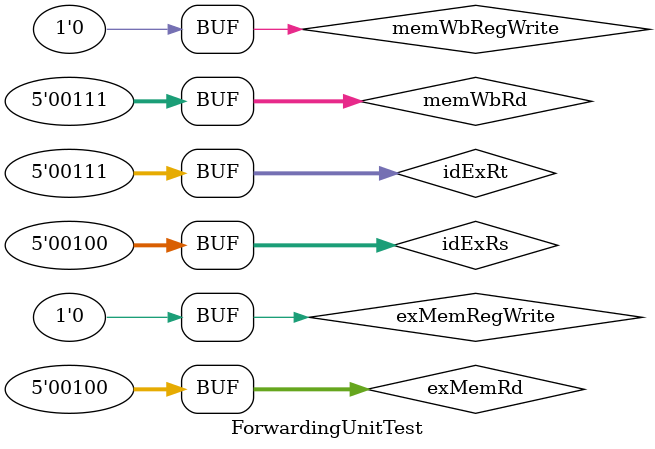
<source format=v>
`timescale 1ns / 1ps


module ForwardingUnitTest;

	// Inputs
	reg [4:0] idExRs;
	reg [4:0] idExRt;
	reg [4:0] exMemRd;
	reg exMemRegWrite;
	reg [4:0] memWbRd;
	reg memWbRegWrite;

	// Outputs
	wire [1:0] operand1Control;
	wire [1:0] operand2Control;

	// Instantiate the Unit Under Test (UUT)
	ForwardingUnit uut (
		.idExRs(idExRs), 
		.idExRt(idExRt), 
		.exMemRd(exMemRd), 
		.exMemRegWrite(exMemRegWrite), 
		.memWbRd(memWbRd), 
		.memWbRegWrite(memWbRegWrite), 
		.operand1Control(operand1Control), 
		.operand2Control(operand2Control)
	);

	initial begin
		idExRs = 4;
		idExRt = 4;
		exMemRd = 7;
		exMemRegWrite = 1;
		memWbRd = 4;
		memWbRegWrite = 1;
		
		#5 idExRt = 7;
		
		#5 exMemRd = 4;
		
		#5 memWbRd = 7;
		
		#5 exMemRegWrite = 0;
		memWbRegWrite = 0;
	end
      
endmodule


</source>
